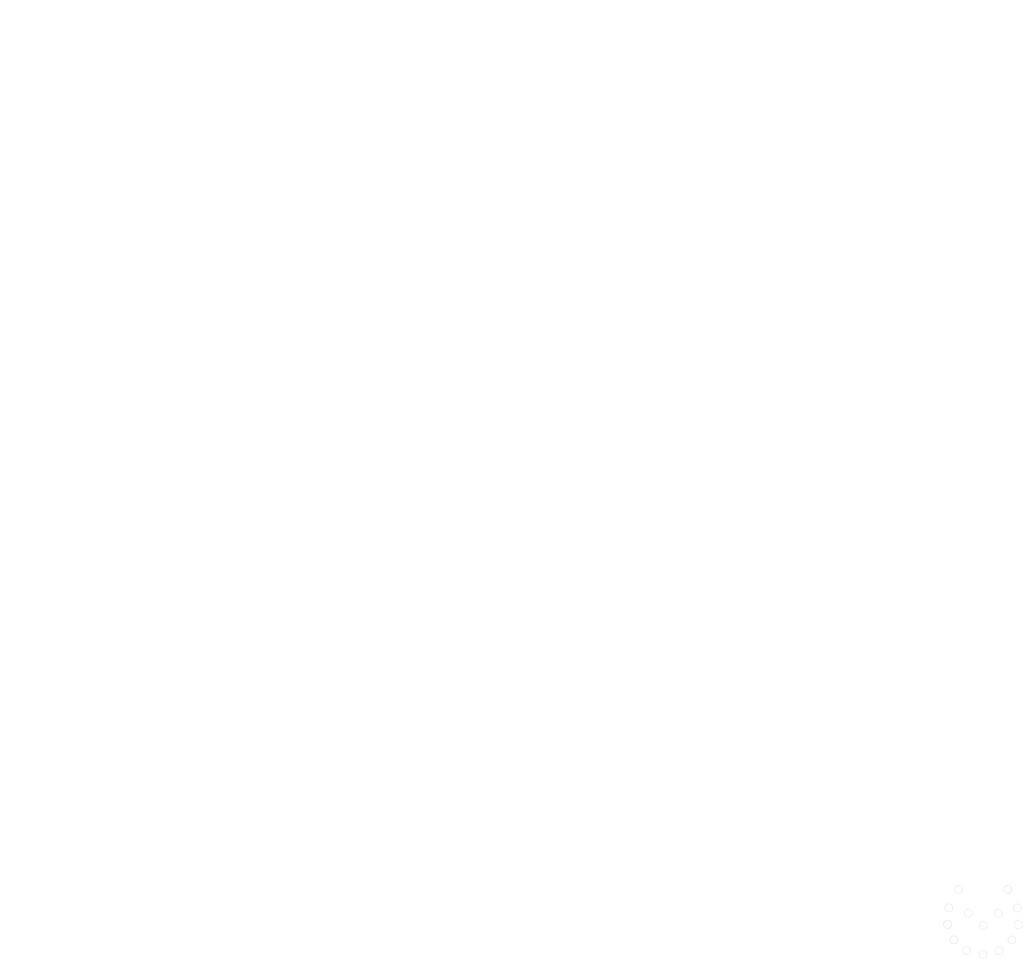
<source format=kicad_pcb>
(kicad_pcb (version 20201220) (generator pcbnew)

  (general
    (thickness 1.6)
  )

  (paper "A4")
  (layers
    (0 "F.Cu" signal)
    (31 "B.Cu" signal)
    (32 "B.Adhes" user "B.Adhesive")
    (33 "F.Adhes" user "F.Adhesive")
    (34 "B.Paste" user)
    (35 "F.Paste" user)
    (36 "B.SilkS" user "B.Silkscreen")
    (37 "F.SilkS" user "F.Silkscreen")
    (38 "B.Mask" user)
    (39 "F.Mask" user)
    (40 "Dwgs.User" user "User.Drawings")
    (41 "Cmts.User" user "User.Comments")
    (42 "Eco1.User" user "User.Eco1")
    (43 "Eco2.User" user "User.Eco2")
    (44 "Edge.Cuts" user)
  )

  (setup
    (pcbplotparams
      (layerselection 0x00010fc_ffffffff)
      (disableapertmacros false)
      (usegerberextensions false)
      (usegerberattributes true)
      (usegerberadvancedattributes true)
      (creategerberjobfile true)
      (svguseinch false)
      (svgprecision 6)
      (excludeedgelayer true)
      (plotframeref false)
      (viasonmask false)
      (mode 1)
      (useauxorigin false)
      (hpglpennumber 1)
      (hpglpenspeed 20)
      (hpglpendiameter 15.000000)
      (psnegative false)
      (psa4output false)
      (plotreference true)
      (plotvalue true)
      (plotinvisibletext false)
      (sketchpadsonfab false)
      (subtractmaskfromsilk false)
      (outputformat 1)
      (mirror false)
      (drillshape 1)
      (scaleselection 1)
      (outputdirectory "")
    )
  )


  (net 0 "")

  (gr_poly (pts
 (xy 147.63383 112.44326)
    (xy 147.80681 112.37407)
    (xy 147.96089 112.26936)
    (xy 148.0889 112.134)
    (xy 148.18485 111.97431)
    (xy 148.24427 111.79774)
    (xy 148.26439 111.61253)
    (xy 148.26437 111.60651)
    (xy 148.24296 111.42144)
    (xy 148.1823 111.2453)
    (xy 148.08524 111.08628)
    (xy 147.95629 110.95182)
    (xy 147.80148 110.84818)
    (xy 147.62803 110.7802)
    (xy 147.44402 110.75106)
    (xy 147.25805 110.76211)
    (xy 147.07879 110.81283)
    (xy 146.91461 110.90087)
    (xy 146.77315 111.02211)
    (xy 146.66104 111.17089)
    (xy 146.58348 111.34028)
    (xy 146.54411 111.52237)
    (xy 146.54477 111.70867)
    (xy 146.58541 111.89048)
    (xy 146.66414 112.05933)
    (xy 146.77729 112.20733)
    (xy 146.91959 112.32757)
    (xy 147.08438 112.41446)
    (xy 147.26399 112.46394)
    (xy 147.45004 112.47369)) (layer "F.Adhes") (width 0) (fill solid) (tstamp 0116e954-9ff3-431a-ad30-0fd85b16443a))
  (gr_poly (pts
 (xy 150.02983 116.23126)
    (xy 150.20281 116.16207)
    (xy 150.35689 116.05736)
    (xy 150.4849 115.922)
    (xy 150.58085 115.76231)
    (xy 150.64027 115.58574)
    (xy 150.66039 115.40053)
    (xy 150.66037 115.39451)
    (xy 150.63896 115.20944)
    (xy 150.5783 115.0333)
    (xy 150.48124 114.87428)
    (xy 150.35229 114.73982)
    (xy 150.19748 114.63618)
    (xy 150.02403 114.5682)
    (xy 149.84002 114.53906)
    (xy 149.65405 114.55011)
    (xy 149.47479 114.60083)
    (xy 149.31061 114.68887)
    (xy 149.16915 114.81011)
    (xy 149.05704 114.95889)
    (xy 148.97948 115.12828)
    (xy 148.94011 115.31037)
    (xy 148.94077 115.49667)
    (xy 148.98141 115.67848)
    (xy 149.06014 115.84733)
    (xy 149.17329 115.99533)
    (xy 149.31559 116.11557)
    (xy 149.48038 116.20246)
    (xy 149.65999 116.25194)
    (xy 149.84604 116.26169)) (layer "F.Adhes") (width 0) (fill solid) (tstamp 08434fcb-05bc-40a2-9797-9e9b6c4a2a6f))
  (gr_poly (pts
 (xy 145.37383 110.57326)
    (xy 145.54681 110.50407)
    (xy 145.70089 110.39936)
    (xy 145.8289 110.264)
    (xy 145.92485 110.10431)
    (xy 145.98427 109.92774)
    (xy 146.00439 109.74253)
    (xy 146.00437 109.73651)
    (xy 145.98296 109.55144)
    (xy 145.9223 109.3753)
    (xy 145.82524 109.21628)
    (xy 145.69629 109.08182)
    (xy 145.54148 108.97818)
    (xy 145.36803 108.9102)
    (xy 145.18402 108.88106)
    (xy 144.99805 108.89211)
    (xy 144.81879 108.94283)
    (xy 144.65461 109.03087)
    (xy 144.51315 109.15211)
    (xy 144.40104 109.30089)
    (xy 144.32348 109.47028)
    (xy 144.28411 109.65237)
    (xy 144.28477 109.83867)
    (xy 144.32541 110.02048)
    (xy 144.40414 110.18933)
    (xy 144.51729 110.33733)
    (xy 144.65959 110.45757)
    (xy 144.82438 110.54446)
    (xy 145.00399 110.59394)
    (xy 145.19004 110.60369)) (layer "F.Adhes") (width 0) (fill solid) (tstamp 1db6f37e-19da-461d-bb0b-063d4b1758fe))
  (gr_poly (pts
 (xy 151.33383 106.99326)
    (xy 151.50681 106.92407)
    (xy 151.66089 106.81936)
    (xy 151.7889 106.684)
    (xy 151.88485 106.52431)
    (xy 151.94427 106.34774)
    (xy 151.96439 106.16253)
    (xy 151.96437 106.15651)
    (xy 151.94296 105.97144)
    (xy 151.8823 105.7953)
    (xy 151.78524 105.63628)
    (xy 151.65629 105.50182)
    (xy 151.50148 105.39818)
    (xy 151.32803 105.3302)
    (xy 151.14402 105.30106)
    (xy 150.95805 105.31211)
    (xy 150.77879 105.36283)
    (xy 150.61461 105.45087)
    (xy 150.47315 105.57211)
    (xy 150.36104 105.72089)
    (xy 150.28348 105.89028)
    (xy 150.24411 106.07237)
    (xy 150.24477 106.25867)
    (xy 150.28541 106.44048)
    (xy 150.36414 106.60933)
    (xy 150.47729 106.75733)
    (xy 150.61959 106.87757)
    (xy 150.78438 106.96446)
    (xy 150.96399 107.01394)
    (xy 151.15004 107.02369)) (layer "F.Adhes") (width 0) (fill solid) (tstamp 1f2ed889-ce00-41f9-a9ee-5fbeee1e6749))
  (gr_poly (pts
 (xy 152.91983 112.29676)
    (xy 153.09281 112.22757)
    (xy 153.24689 112.12286)
    (xy 153.3749 111.9875)
    (xy 153.47085 111.82781)
    (xy 153.53027 111.65124)
    (xy 153.55039 111.46603)
    (xy 153.55037 111.46001)
    (xy 153.52896 111.27494)
    (xy 153.4683 111.0988)
    (xy 153.37124 110.93978)
    (xy 153.24229 110.80532)
    (xy 153.08748 110.70168)
    (xy 152.91403 110.6337)
    (xy 152.73002 110.60456)
    (xy 152.54405 110.61561)
    (xy 152.36479 110.66633)
    (xy 152.20061 110.75437)
    (xy 152.05915 110.87561)
    (xy 151.94704 111.02439)
    (xy 151.86948 111.19378)
    (xy 151.83011 111.37587)
    (xy 151.83077 111.56217)
    (xy 151.87141 111.74398)
    (xy 151.95014 111.91283)
    (xy 152.06329 112.06083)
    (xy 152.20559 112.18107)
    (xy 152.37038 112.26796)
    (xy 152.54999 112.31744)
    (xy 152.73604 112.32719)) (layer "F.Adhes") (width 0) (fill solid) (tstamp 1ffb9905-63e4-4eeb-a60c-304ce1c998e8))
  (gr_poly (pts
 (xy 152.74383 109.79326)
    (xy 152.91681 109.72407)
    (xy 153.07089 109.61936)
    (xy 153.1989 109.484)
    (xy 153.29485 109.32431)
    (xy 153.35427 109.14774)
    (xy 153.37439 108.96253)
    (xy 153.37437 108.95651)
    (xy 153.35296 108.77144)
    (xy 153.2923 108.5953)
    (xy 153.19524 108.43628)
    (xy 153.06629 108.30182)
    (xy 152.91148 108.19818)
    (xy 152.73803 108.1302)
    (xy 152.55402 108.10106)
    (xy 152.36805 108.11211)
    (xy 152.18879 108.16283)
    (xy 152.02461 108.25087)
    (xy 151.88315 108.37211)
    (xy 151.77104 108.52089)
    (xy 151.69348 108.69028)
    (xy 151.65411 108.87237)
    (xy 151.65477 109.05867)
    (xy 151.69541 109.24048)
    (xy 151.77414 109.40933)
    (xy 151.88729 109.55733)
    (xy 152.02959 109.67757)
    (xy 152.19438 109.76446)
    (xy 152.37399 109.81394)
    (xy 152.56004 109.82369)) (layer "F.Adhes") (width 0) (fill solid) (tstamp 2646f493-cd5d-46d2-b541-93325be0f016))
  (gr_poly (pts
 (xy 143.23623 114.60046)
    (xy 143.40921 114.53127)
    (xy 143.56329 114.42656)
    (xy 143.6913 114.2912)
    (xy 143.78725 114.13151)
    (xy 143.84667 113.95494)
    (xy 143.86679 113.76973)
    (xy 143.86677 113.76371)
    (xy 143.84536 113.57864)
    (xy 143.7847 113.4025)
    (xy 143.68764 113.24348)
    (xy 143.55869 113.10902)
    (xy 143.40388 113.00538)
    (xy 143.23043 112.9374)
    (xy 143.04642 112.90826)
    (xy 142.86045 112.91931)
    (xy 142.68119 112.97003)
    (xy 142.51701 113.05807)
    (xy 142.37555 113.17931)
    (xy 142.26344 113.32809)
    (xy 142.18588 113.49748)
    (xy 142.14651 113.67957)
    (xy 142.14717 113.86587)
    (xy 142.18781 114.04768)
    (xy 142.26654 114.21653)
    (xy 142.37969 114.36453)
    (xy 142.52199 114.48477)
    (xy 142.68678 114.57166)
    (xy 142.86639 114.62114)
    (xy 143.05244 114.63089)) (layer "F.Adhes") (width 0) (fill solid) (tstamp 2d6fb8ed-954b-4165-b4ee-4b67d2ab6a10))
  (gr_poly (pts
 (xy 147.58833 116.81206)
    (xy 147.76131 116.74287)
    (xy 147.91539 116.63816)
    (xy 148.0434 116.5028)
    (xy 148.13935 116.34311)
    (xy 148.19877 116.16654)
    (xy 148.21889 115.98133)
    (xy 148.21887 115.97531)
    (xy 148.19746 115.79024)
    (xy 148.1368 115.6141)
    (xy 148.03974 115.45508)
    (xy 147.91079 115.32062)
    (xy 147.75598 115.21698)
    (xy 147.58253 115.149)
    (xy 147.39852 115.11986)
    (xy 147.21255 115.13091)
    (xy 147.03329 115.18163)
    (xy 146.86911 115.26967)
    (xy 146.72765 115.39091)
    (xy 146.61554 115.53969)
    (xy 146.53798 115.70908)
    (xy 146.49861 115.89117)
    (xy 146.49927 116.07747)
    (xy 146.53991 116.25928)
    (xy 146.61864 116.42813)
    (xy 146.73179 116.57613)
    (xy 146.87409 116.69637)
    (xy 147.03888 116.78326)
    (xy 147.21849 116.83274)
    (xy 147.40454 116.84249)) (layer "F.Adhes") (width 0) (fill solid) (tstamp 2e28073a-e43f-426b-8619-a23f3f6a0499))
  (gr_poly (pts
 (xy 25.9172 -27.6392)
    (xy 25.9172 -27.6393)
    (xy 25.9173 -27.6393)
    (xy 25.9206 -27.6478)
    (xy 25.9206 -27.686)
    (xy 25.9205 -27.6862)
    (xy 25.9206 -27.6864)
    (xy 25.9186 -27.6907)
    (xy 25.9168 -27.6951)
    (xy 25.9166 -27.6951)
    (xy 25.9165 -27.6953)
    (xy 25.908 -27.6986)
    (xy 25.8696 -27.6986)
    (xy 25.8652 -27.6967)
    (xy 25.8607 -27.6948)
    (xy 25.8607 -27.6947)
    (xy 25.8606 -27.6946)
    (xy 25.8572 -27.6856)
    (xy 25.8572 -27.6854)
    (xy 25.8609 -27.6771)
    (xy 25.8992 -27.6388)
    (xy 25.8992 -27.6387)
    (xy 25.9038 -27.637)
    (xy 25.9082 -27.6352)
    (xy 25.9084 -27.6352)) (layer "F.Adhes") (width 0) (fill solid) (tstamp 2e29ad0a-446a-4d0e-92db-396d117c726a))
  (gr_line (start 147.35639 115.98133) (end 147.35639 116.01973) (layer "F.Adhes") (width 0.508) (tstamp 314d8298-fbcd-479c-b9b5-931331798ab0))
  (gr_line (start 142.43299 108.73423) (end 142.21519 108.95203) (layer "F.Adhes") (width 0.508) (tstamp 4c7a415d-5ee5-4f90-9dca-5438d6f2d49f))
  (gr_poly (pts
 (xy -0.4991 -27.6589)
    (xy -0.4808 -27.6772)
    (xy -0.4807 -27.6772)
    (xy -0.479 -27.6818)
    (xy -0.4772 -27.6862)
    (xy -0.4772 -27.6864)
    (xy -0.4812 -27.6952)
    (xy -0.4813 -27.6952)
    (xy -0.4813 -27.6953)
    (xy -0.4898 -27.6986)
    (xy -0.508 -27.6986)
    (xy -0.5082 -27.6985)
    (xy -0.5084 -27.6986)
    (xy -0.5127 -27.6966)
    (xy -0.5171 -27.6948)
    (xy -0.5171 -27.6946)
    (xy -0.5173 -27.6945)
    (xy -0.5206 -27.686)
    (xy -0.5206 -27.6676)
    (xy -0.5187 -27.6632)
    (xy -0.5168 -27.6587)
    (xy -0.5167 -27.6587)
    (xy -0.5166 -27.6586)
    (xy -0.5076 -27.6552)
    (xy -0.5074 -27.6552)) (layer "F.Adhes") (width 0) (fill solid) (tstamp 5236548c-fbc5-4f2d-8d7f-342d29e43782))
  (gr_poly (pts
 (xy 151.94493 114.60926)
    (xy 152.11791 114.54007)
    (xy 152.27199 114.43536)
    (xy 152.4 114.3)
    (xy 152.49595 114.14031)
    (xy 152.55537 113.96374)
    (xy 152.57549 113.77853)
    (xy 152.57547 113.77251)
    (xy 152.55406 113.58744)
    (xy 152.4934 113.4113)
    (xy 152.39634 113.25228)
    (xy 152.26739 113.11782)
    (xy 152.11258 113.01418)
    (xy 151.93913 112.9462)
    (xy 151.75512 112.91706)
    (xy 151.56915 112.92811)
    (xy 151.38989 112.97883)
    (xy 151.22571 113.06687)
    (xy 151.08425 113.18811)
    (xy 150.97214 113.33689)
    (xy 150.89458 113.50628)
    (xy 150.85521 113.68837)
    (xy 150.85587 113.87467)
    (xy 150.89651 114.05648)
    (xy 150.97524 114.22533)
    (xy 151.08839 114.37333)
    (xy 151.23069 114.49357)
    (xy 151.39548 114.58046)
    (xy 151.57509 114.62994)
    (xy 151.76114 114.63969)) (layer "F.Adhes") (width 0) (fill solid) (tstamp 7aef6e26-0ba6-45e8-91cc-49c860fb198d))
  (gr_poly (pts
 (xy 145.14803 116.22626)
    (xy 145.32101 116.15707)
    (xy 145.47509 116.05236)
    (xy 145.6031 115.917)
    (xy 145.69905 115.75731)
    (xy 145.75847 115.58074)
    (xy 145.77859 115.39553)
    (xy 145.77857 115.38951)
    (xy 145.75716 115.20444)
    (xy 145.6965 115.0283)
    (xy 145.59944 114.86928)
    (xy 145.47049 114.73482)
    (xy 145.31568 114.63118)
    (xy 145.14223 114.5632)
    (xy 144.95822 114.53406)
    (xy 144.77225 114.54511)
    (xy 144.59299 114.59583)
    (xy 144.42881 114.68387)
    (xy 144.28735 114.80511)
    (xy 144.17524 114.95389)
    (xy 144.09768 115.12328)
    (xy 144.05831 115.30537)
    (xy 144.05897 115.49167)
    (xy 144.09961 115.67348)
    (xy 144.17834 115.84233)
    (xy 144.29149 115.99033)
    (xy 144.43379 116.11057)
    (xy 144.59858 116.19746)
    (xy 144.77819 116.24694)
    (xy 144.96424 116.25669)) (layer "F.Adhes") (width 0) (fill solid) (tstamp 98caa5a6-badc-4491-862e-e42657d3d4c6))
  (gr_poly (pts
 (xy 149.89383 110.57326)
    (xy 150.06681 110.50407)
    (xy 150.22089 110.39936)
    (xy 150.3489 110.264)
    (xy 150.44485 110.10431)
    (xy 150.50427 109.92774)
    (xy 150.52439 109.74253)
    (xy 150.52437 109.73651)
    (xy 150.50296 109.55144)
    (xy 150.4423 109.3753)
    (xy 150.34524 109.21628)
    (xy 150.21629 109.08182)
    (xy 150.06148 108.97818)
    (xy 149.88803 108.9102)
    (xy 149.70402 108.88106)
    (xy 149.51805 108.89211)
    (xy 149.33879 108.94283)
    (xy 149.17461 109.03087)
    (xy 149.03315 109.15211)
    (xy 148.92104 109.30089)
    (xy 148.84348 109.47028)
    (xy 148.80411 109.65237)
    (xy 148.80477 109.83867)
    (xy 148.84541 110.02048)
    (xy 148.92414 110.18933)
    (xy 149.03729 110.33733)
    (xy 149.17959 110.45757)
    (xy 149.34438 110.54446)
    (xy 149.52399 110.59394)
    (xy 149.71004 110.60369)) (layer "F.Adhes") (width 0) (fill solid) (tstamp a81e98dc-1209-4d74-be48-736199e75a60))
  (gr_poly (pts
 (xy 142.26603 112.28586)
    (xy 142.43901 112.21667)
    (xy 142.59309 112.11196)
    (xy 142.7211 111.9766)
    (xy 142.81705 111.81691)
    (xy 142.87647 111.64034)
    (xy 142.89659 111.45513)
    (xy 142.89657 111.44911)
    (xy 142.87516 111.26404)
    (xy 142.8145 111.0879)
    (xy 142.71744 110.92888)
    (xy 142.58849 110.79442)
    (xy 142.43368 110.69078)
    (xy 142.26023 110.6228)
    (xy 142.07622 110.59366)
    (xy 141.89025 110.60471)
    (xy 141.71099 110.65543)
    (xy 141.54681 110.74347)
    (xy 141.40535 110.86471)
    (xy 141.29324 111.01349)
    (xy 141.21568 111.18288)
    (xy 141.17631 111.36497)
    (xy 141.17697 111.55127)
    (xy 141.21761 111.73308)
    (xy 141.29634 111.90193)
    (xy 141.40949 112.04993)
    (xy 141.55179 112.17017)
    (xy 141.71658 112.25706)
    (xy 141.89619 112.30654)
    (xy 142.08224 112.31629)) (layer "F.Adhes") (width 0) (fill solid) (tstamp c9c83647-7871-4437-b4bb-31f6025d82e8))
  (gr_poly (pts
 (xy 142.44713 109.78276)
    (xy 142.62011 109.71357)
    (xy 142.77419 109.60886)
    (xy 142.9022 109.4735)
    (xy 142.99815 109.31381)
    (xy 143.05757 109.13724)
    (xy 143.07769 108.95203)
    (xy 143.07767 108.94601)
    (xy 143.05626 108.76094)
    (xy 142.9956 108.5848)
    (xy 142.89854 108.42578)
    (xy 142.76959 108.29132)
    (xy 142.61478 108.18768)
    (xy 142.44133 108.1197)
    (xy 142.25732 108.09056)
    (xy 142.07135 108.10161)
    (xy 141.89209 108.15233)
    (xy 141.72791 108.24037)
    (xy 141.58645 108.36161)
    (xy 141.47434 108.51039)
    (xy 141.39678 108.67978)
    (xy 141.35741 108.86187)
    (xy 141.35807 109.04817)
    (xy 141.39871 109.22998)
    (xy 141.47744 109.39883)
    (xy 141.59059 109.54683)
    (xy 141.73289 109.66707)
    (xy 141.89768 109.75396)
    (xy 142.07729 109.80344)
    (xy 142.26334 109.81319)) (layer "F.Adhes") (width 0) (fill solid) (tstamp dea6c484-2311-4463-a793-c481ba1d1aa2))
  (gr_line (start 141.65379 111.45513) (end 142.03409 111.45513) (layer "F.Adhes") (width 0.508) (tstamp eb9b2f71-fd06-4194-929f-5a590c1eb2cd))
  (gr_poly (pts
 (xy 143.93383 106.99326)
    (xy 144.10681 106.92407)
    (xy 144.26089 106.81936)
    (xy 144.3889 106.684)
    (xy 144.48485 106.52431)
    (xy 144.54427 106.34774)
    (xy 144.56439 106.16253)
    (xy 144.56437 106.15651)
    (xy 144.54296 105.97144)
    (xy 144.4823 105.7953)
    (xy 144.38524 105.63628)
    (xy 144.25629 105.50182)
    (xy 144.10148 105.39818)
    (xy 143.92803 105.3302)
    (xy 143.74402 105.30106)
    (xy 143.55805 105.31211)
    (xy 143.37879 105.36283)
    (xy 143.21461 105.45087)
    (xy 143.07315 105.57211)
    (xy 142.96104 105.72089)
    (xy 142.88348 105.89028)
    (xy 142.84411 106.07237)
    (xy 142.84477 106.25867)
    (xy 142.88541 106.44048)
    (xy 142.96414 106.60933)
    (xy 143.07729 106.75733)
    (xy 143.21959 106.87757)
    (xy 143.38438 106.96446)
    (xy 143.56399 107.01394)
    (xy 143.75004 107.02369)) (layer "F.Adhes") (width 0) (fill solid) (tstamp fb3025b6-e1d7-4b91-a5e6-7538605e6059))
  (gr_line (start 142.55419 113.76973) (end 143.00429 113.76973) (layer "F.Adhes") (width 0.508) (tstamp fb886214-3428-4edb-8d3f-f704e785f6a3))
  (gr_poly (pts
 (xy 149.81071 110.29794)
    (xy 149.94939 110.24049)
    (xy 150.06848 110.14912)
    (xy 150.15985 110.03003)
    (xy 150.2173 109.89135)
    (xy 150.23689 109.74253)
    (xy 150.2173 109.59371)
    (xy 150.15985 109.45503)
    (xy 150.06848 109.33594)
    (xy 149.94939 109.24457)
    (xy 149.81071 109.18712)
    (xy 149.66189 109.16753)
    (xy 149.51307 109.18712)
    (xy 149.37439 109.24457)
    (xy 149.2553 109.33594)
    (xy 149.16393 109.45503)
    (xy 149.10648 109.59371)
    (xy 149.08689 109.74253)
    (xy 149.10648 109.89135)
    (xy 149.16393 110.03003)
    (xy 149.2553 110.14912)
    (xy 149.37439 110.24049)
    (xy 149.51307 110.29794)
    (xy 149.66189 110.31753)) (layer "Edge.Cuts") (width 0.1) (fill none) (tstamp 04ddf83c-a30a-4384-9244-bfea27b6f9ba))
  (gr_poly (pts
 (xy 152.66071 109.51794)
    (xy 152.79939 109.46049)
    (xy 152.91848 109.36912)
    (xy 153.00985 109.25003)
    (xy 153.0673 109.11135)
    (xy 153.08689 108.96253)
    (xy 153.0673 108.81371)
    (xy 153.00985 108.67503)
    (xy 152.91848 108.55594)
    (xy 152.79939 108.46457)
    (xy 152.66071 108.40712)
    (xy 152.51189 108.38753)
    (xy 152.36307 108.40712)
    (xy 152.22439 108.46457)
    (xy 152.1053 108.55594)
    (xy 152.01393 108.67503)
    (xy 151.95648 108.81371)
    (xy 151.93689 108.96253)
    (xy 151.95648 109.11135)
    (xy 152.01393 109.25003)
    (xy 152.1053 109.36912)
    (xy 152.22439 109.46049)
    (xy 152.36307 109.51794)
    (xy 152.51189 109.53753)) (layer "Edge.Cuts") (width 0.1) (fill none) (tstamp 0de53f98-b15a-444d-884d-2c63ec200547))
  (gr_poly (pts
 (xy 143.15271 114.32494)
    (xy 143.29139 114.26749)
    (xy 143.41048 114.17612)
    (xy 143.50185 114.05703)
    (xy 143.5593 113.91835)
    (xy 143.57889 113.76953)
    (xy 143.5593 113.62071)
    (xy 143.50185 113.48203)
    (xy 143.41048 113.36294)
    (xy 143.29139 113.27157)
    (xy 143.15271 113.21412)
    (xy 143.00389 113.19453)
    (xy 142.85507 113.21412)
    (xy 142.71639 113.27157)
    (xy 142.5973 113.36294)
    (xy 142.50593 113.48203)
    (xy 142.44848 113.62071)
    (xy 142.42889 113.76953)
    (xy 142.44848 113.91835)
    (xy 142.50593 114.05703)
    (xy 142.5973 114.17612)
    (xy 142.71639 114.26749)
    (xy 142.85507 114.32494)
    (xy 143.00389 114.34453)) (layer "Edge.Cuts") (width 0.1) (fill none) (tstamp 1dd45abe-97f1-4eed-91bf-8e6ca2ca927c))
  (gr_poly (pts
 (xy 149.94671 115.95594)
    (xy 150.08539 115.89849)
    (xy 150.20448 115.80712)
    (xy 150.29585 115.68803)
    (xy 150.3533 115.54935)
    (xy 150.37289 115.40053)
    (xy 150.3533 115.25171)
    (xy 150.29585 115.11303)
    (xy 150.20448 114.99394)
    (xy 150.08539 114.90257)
    (xy 149.94671 114.84512)
    (xy 149.79789 114.82553)
    (xy 149.64907 114.84512)
    (xy 149.51039 114.90257)
    (xy 149.3913 114.99394)
    (xy 149.29993 115.11303)
    (xy 149.24248 115.25171)
    (xy 149.22289 115.40053)
    (xy 149.24248 115.54935)
    (xy 149.29993 115.68803)
    (xy 149.3913 115.80712)
    (xy 149.51039 115.89849)
    (xy 149.64907 115.95594)
    (xy 149.79789 115.97553)) (layer "Edge.Cuts") (width 0.1) (fill none) (tstamp 2e87e973-5a8b-4530-88b1-7715f21e6d55))
  (gr_poly (pts
 (xy 142.36371 109.50794)
    (xy 142.50239 109.45049)
    (xy 142.62148 109.35912)
    (xy 142.71285 109.24003)
    (xy 142.7703 109.10135)
    (xy 142.78989 108.95253)
    (xy 142.7703 108.80371)
    (xy 142.71285 108.66503)
    (xy 142.62148 108.54594)
    (xy 142.50239 108.45457)
    (xy 142.36371 108.39712)
    (xy 142.21489 108.37753)
    (xy 142.06607 108.39712)
    (xy 141.92739 108.45457)
    (xy 141.8083 108.54594)
    (xy 141.71693 108.66503)
    (xy 141.65948 108.80371)
    (xy 141.63989 108.95253)
    (xy 141.65948 109.10135)
    (xy 141.71693 109.24003)
    (xy 141.8083 109.35912)
    (xy 141.92739 109.45049)
    (xy 142.06607 109.50794)
    (xy 142.21489 109.52753)) (layer "Edge.Cuts") (width 0.1) (fill none) (tstamp 6b69b541-a387-4701-9d73-11c1899a5fcd))
  (gr_poly (pts
 (xy 152.83671 112.02094)
    (xy 152.97539 111.96349)
    (xy 153.09448 111.87212)
    (xy 153.18585 111.75303)
    (xy 153.2433 111.61435)
    (xy 153.26289 111.46553)
    (xy 153.2433 111.31671)
    (xy 153.18585 111.17803)
    (xy 153.09448 111.05894)
    (xy 152.97539 110.96757)
    (xy 152.83671 110.91012)
    (xy 152.68789 110.89053)
    (xy 152.53907 110.91012)
    (xy 152.40039 110.96757)
    (xy 152.2813 111.05894)
    (xy 152.18993 111.17803)
    (xy 152.13248 111.31671)
    (xy 152.11289 111.46553)
    (xy 152.13248 111.61435)
    (xy 152.18993 111.75303)
    (xy 152.2813 111.87212)
    (xy 152.40039 111.96349)
    (xy 152.53907 112.02094)
    (xy 152.68789 112.04053)) (layer "Edge.Cuts") (width 0.1) (fill none) (tstamp 7563da5a-6029-4e7e-96a8-f79b4c40b571))
  (gr_poly (pts
 (xy 143.85071 106.71794)
    (xy 143.98939 106.66049)
    (xy 144.10848 106.56912)
    (xy 144.19985 106.45003)
    (xy 144.2573 106.31135)
    (xy 144.27689 106.16253)
    (xy 144.2573 106.01371)
    (xy 144.19985 105.87503)
    (xy 144.10848 105.75594)
    (xy 143.98939 105.66457)
    (xy 143.85071 105.60712)
    (xy 143.70189 105.58753)
    (xy 143.55307 105.60712)
    (xy 143.41439 105.66457)
    (xy 143.2953 105.75594)
    (xy 143.20393 105.87503)
    (xy 143.14648 106.01371)
    (xy 143.12689 106.16253)
    (xy 143.14648 106.31135)
    (xy 143.20393 106.45003)
    (xy 143.2953 106.56912)
    (xy 143.41439 106.66049)
    (xy 143.55307 106.71794)
    (xy 143.70189 106.73753)) (layer "Edge.Cuts") (width 0.1) (fill none) (tstamp 78483d8e-0f3d-44f9-946d-cdbdfb88c684))
  (gr_poly (pts
 (xy 142.18271 112.01094)
    (xy 142.32139 111.95349)
    (xy 142.44048 111.86212)
    (xy 142.53185 111.74303)
    (xy 142.5893 111.60435)
    (xy 142.60889 111.45553)
    (xy 142.5893 111.30671)
    (xy 142.53185 111.16803)
    (xy 142.44048 111.04894)
    (xy 142.32139 110.95757)
    (xy 142.18271 110.90012)
    (xy 142.03389 110.88053)
    (xy 141.88507 110.90012)
    (xy 141.74639 110.95757)
    (xy 141.6273 111.04894)
    (xy 141.53593 111.16803)
    (xy 141.47848 111.30671)
    (xy 141.45889 111.45553)
    (xy 141.47848 111.60435)
    (xy 141.53593 111.74303)
    (xy 141.6273 111.86212)
    (xy 141.74639 111.95349)
    (xy 141.88507 112.01094)
    (xy 142.03389 112.03053)) (layer "Edge.Cuts") (width 0.1) (fill none) (tstamp 8983f493-6541-499f-8c11-a3dbf2d00e34))
  (gr_poly (pts
 (xy 151.25071 106.71794)
    (xy 151.38939 106.66049)
    (xy 151.50848 106.56912)
    (xy 151.59985 106.45003)
    (xy 151.6573 106.31135)
    (xy 151.67689 106.16253)
    (xy 151.6573 106.01371)
    (xy 151.59985 105.87503)
    (xy 151.50848 105.75594)
    (xy 151.38939 105.66457)
    (xy 151.25071 105.60712)
    (xy 151.10189 105.58753)
    (xy 150.95307 105.60712)
    (xy 150.81439 105.66457)
    (xy 150.6953 105.75594)
    (xy 150.60393 105.87503)
    (xy 150.54648 106.01371)
    (xy 150.52689 106.16253)
    (xy 150.54648 106.31135)
    (xy 150.60393 106.45003)
    (xy 150.6953 106.56912)
    (xy 150.81439 106.66049)
    (xy 150.95307 106.71794)
    (xy 151.10189 106.73753)) (layer "Edge.Cuts") (width 0.1) (fill none) (tstamp c6fe79a0-417c-4d92-9d71-0bdc148cff68))
  (gr_poly (pts
 (xy 147.50571 116.53694)
    (xy 147.64439 116.47949)
    (xy 147.76348 116.38812)
    (xy 147.85485 116.26903)
    (xy 147.9123 116.13035)
    (xy 147.93189 115.98153)
    (xy 147.9123 115.83271)
    (xy 147.85485 115.69403)
    (xy 147.76348 115.57494)
    (xy 147.64439 115.48357)
    (xy 147.50571 115.42612)
    (xy 147.35689 115.40653)
    (xy 147.20807 115.42612)
    (xy 147.06939 115.48357)
    (xy 146.9503 115.57494)
    (xy 146.85893 115.69403)
    (xy 146.80148 115.83271)
    (xy 146.78189 115.98153)
    (xy 146.80148 116.13035)
    (xy 146.85893 116.26903)
    (xy 146.9503 116.38812)
    (xy 147.06939 116.47949)
    (xy 147.20807 116.53694)
    (xy 147.35689 116.55653)) (layer "Edge.Cuts") (width 0.1) (fill none) (tstamp d306e06b-fdbb-4741-b23a-b7f30d070634))
  (gr_poly (pts
 (xy 145.29071 110.29794)
    (xy 145.42939 110.24049)
    (xy 145.54848 110.14912)
    (xy 145.63985 110.03003)
    (xy 145.6973 109.89135)
    (xy 145.71689 109.74253)
    (xy 145.6973 109.59371)
    (xy 145.63985 109.45503)
    (xy 145.54848 109.33594)
    (xy 145.42939 109.24457)
    (xy 145.29071 109.18712)
    (xy 145.14189 109.16753)
    (xy 144.99307 109.18712)
    (xy 144.85439 109.24457)
    (xy 144.7353 109.33594)
    (xy 144.64393 109.45503)
    (xy 144.58648 109.59371)
    (xy 144.56689 109.74253)
    (xy 144.58648 109.89135)
    (xy 144.64393 110.03003)
    (xy 144.7353 110.14912)
    (xy 144.85439 110.24049)
    (xy 144.99307 110.29794)
    (xy 145.14189 110.31753)) (layer "Edge.Cuts") (width 0.1) (fill none) (tstamp d9f39aad-6a67-40c5-a948-932405e8fa86))
  (gr_poly (pts
 (xy 151.86171 114.33394)
    (xy 152.00039 114.27649)
    (xy 152.11948 114.18512)
    (xy 152.21085 114.06603)
    (xy 152.2683 113.92735)
    (xy 152.28789 113.77853)
    (xy 152.2683 113.62971)
    (xy 152.21085 113.49103)
    (xy 152.11948 113.37194)
    (xy 152.00039 113.28057)
    (xy 151.86171 113.22312)
    (xy 151.71289 113.20353)
    (xy 151.56407 113.22312)
    (xy 151.42539 113.28057)
    (xy 151.3063 113.37194)
    (xy 151.21493 113.49103)
    (xy 151.15748 113.62971)
    (xy 151.13789 113.77853)
    (xy 151.15748 113.92735)
    (xy 151.21493 114.06603)
    (xy 151.3063 114.18512)
    (xy 151.42539 114.27649)
    (xy 151.56407 114.33394)
    (xy 151.71289 114.35353)) (layer "Edge.Cuts") (width 0.1) (fill none) (tstamp e993abc5-e4db-47f0-9a90-55ca298eac1b))
  (gr_poly (pts
 (xy 147.55071 112.16794)
    (xy 147.68939 112.11049)
    (xy 147.80848 112.01912)
    (xy 147.89985 111.90003)
    (xy 147.9573 111.76135)
    (xy 147.97689 111.61253)
    (xy 147.9573 111.46371)
    (xy 147.89985 111.32503)
    (xy 147.80848 111.20594)
    (xy 147.68939 111.11457)
    (xy 147.55071 111.05712)
    (xy 147.40189 111.03753)
    (xy 147.25307 111.05712)
    (xy 147.11439 111.11457)
    (xy 146.9953 111.20594)
    (xy 146.90393 111.32503)
    (xy 146.84648 111.46371)
    (xy 146.82689 111.61253)
    (xy 146.84648 111.76135)
    (xy 146.90393 111.90003)
    (xy 146.9953 112.01912)
    (xy 147.11439 112.11049)
    (xy 147.25307 112.16794)
    (xy 147.40189 112.18753)) (layer "Edge.Cuts") (width 0.1) (fill none) (tstamp ee8bf9aa-16bb-42ab-aaf6-089c79384e89))
  (gr_poly (pts
 (xy 145.06471 115.95094)
    (xy 145.20339 115.89349)
    (xy 145.32248 115.80212)
    (xy 145.41385 115.68303)
    (xy 145.4713 115.54435)
    (xy 145.49089 115.39553)
    (xy 145.4713 115.24671)
    (xy 145.41385 115.10803)
    (xy 145.32248 114.98894)
    (xy 145.20339 114.89757)
    (xy 145.06471 114.84012)
    (xy 144.91589 114.82053)
    (xy 144.76707 114.84012)
    (xy 144.62839 114.89757)
    (xy 144.5093 114.98894)
    (xy 144.41793 115.10803)
    (xy 144.36048 115.24671)
    (xy 144.34089 115.39553)
    (xy 144.36048 115.54435)
    (xy 144.41793 115.68303)
    (xy 144.5093 115.80212)
    (xy 144.62839 115.89349)
    (xy 144.76707 115.95094)
    (xy 144.91589 115.97053)) (layer "Edge.Cuts") (width 0.1) (fill none) (tstamp f4fb3b12-67cc-4c92-a055-58282c051f35))

  (via (at 143.00389 113.76953) (size 1.15001) (drill 1.15) (layers "F.Cu" "B.Cu") (net 0) (tstamp 0157fc82-6478-4662-bbb1-030e7131f36d))
  (via (at 152.51189 108.96253) (size 1.15001) (drill 1.15) (layers "F.Cu" "B.Cu") (net 0) (tstamp 04e24860-8ee8-441f-a283-39d4cd12c761))
  (via (at 147.40189 111.61253) (size 1.15001) (drill 1.15) (layers "F.Cu" "B.Cu") (net 0) (tstamp 0a8a558d-c169-4e2d-81f3-31b3a8050f43))
  (via (at 147.35689 115.98153) (size 1.15001) (drill 1.15) (layers "F.Cu" "B.Cu") (net 0) (tstamp 17d08c18-d4bb-483c-b26e-6c9c7fe66031))
  (via (at 143.70189 106.16253) (size 1.15001) (drill 1.15) (layers "F.Cu" "B.Cu") (net 0) (tstamp 1f3b26ca-1b28-4029-be25-fe4462771e3a))
  (via (at 152.68789 111.46553) (size 1.15001) (drill 1.15) (layers "F.Cu" "B.Cu") (net 0) (tstamp 26564dfa-9fcb-428c-87a0-851215e794cf))
  (via (at 149.79789 115.40053) (size 1.15001) (drill 1.15) (layers "F.Cu" "B.Cu") (net 0) (tstamp 34e6c003-33f2-4d87-9c47-6de742dfaf5a))
  (via (at 151.71289 113.77853) (size 1.15001) (drill 1.15) (layers "F.Cu" "B.Cu") (net 0) (tstamp 42c67d42-0faf-41b6-8d81-a646b016911a))
  (via (at 144.91589 115.39553) (size 1.15001) (drill 1.15) (layers "F.Cu" "B.Cu") (net 0) (tstamp 5c9aea88-fa88-4bf7-8257-0187a4e0ac05))
  (via (at 142.21489 108.95253) (size 1.15001) (drill 1.15) (layers "F.Cu" "B.Cu") (net 0) (tstamp 7dc3ae1a-cb0d-4ee4-9b2b-6c04a004c6f2))
  (via (at 142.03389 111.45553) (size 1.15001) (drill 1.15) (layers "F.Cu" "B.Cu") (net 0) (tstamp 8d586330-4228-440e-9698-979241426b60))
  (via (at 145.14189 109.74253) (size 1.15001) (drill 1.15) (layers "F.Cu" "B.Cu") (net 0) (tstamp 9e792207-d8ac-43c5-8017-133db7225126))
  (via (at 149.66189 109.74253) (size 1.15001) (drill 1.15) (layers "F.Cu" "B.Cu") (net 0) (tstamp e395a69d-796e-469d-9942-f07cb9a0020f))
  (via (at 151.10189 106.16253) (size 1.15001) (drill 1.15) (layers "F.Cu" "B.Cu") (net 0) (tstamp f08869ce-963b-475a-87e6-9108ee1b481d))

)

</source>
